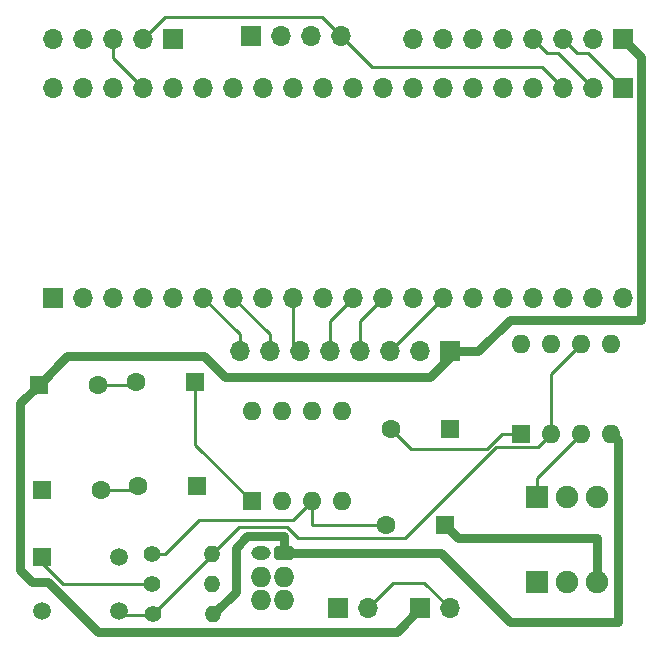
<source format=gbr>
%TF.GenerationSoftware,KiCad,Pcbnew,7.0.7*%
%TF.CreationDate,2023-11-13T10:05:51-05:00*%
%TF.ProjectId,Capstone-board-car,43617073-746f-46e6-952d-626f6172642d,rev?*%
%TF.SameCoordinates,Original*%
%TF.FileFunction,Copper,L1,Top*%
%TF.FilePolarity,Positive*%
%FSLAX46Y46*%
G04 Gerber Fmt 4.6, Leading zero omitted, Abs format (unit mm)*
G04 Created by KiCad (PCBNEW 7.0.7) date 2023-11-13 10:05:51*
%MOMM*%
%LPD*%
G01*
G04 APERTURE LIST*
G04 Aperture macros list*
%AMRoundRect*
0 Rectangle with rounded corners*
0 $1 Rounding radius*
0 $2 $3 $4 $5 $6 $7 $8 $9 X,Y pos of 4 corners*
0 Add a 4 corners polygon primitive as box body*
4,1,4,$2,$3,$4,$5,$6,$7,$8,$9,$2,$3,0*
0 Add four circle primitives for the rounded corners*
1,1,$1+$1,$2,$3*
1,1,$1+$1,$4,$5*
1,1,$1+$1,$6,$7*
1,1,$1+$1,$8,$9*
0 Add four rect primitives between the rounded corners*
20,1,$1+$1,$2,$3,$4,$5,0*
20,1,$1+$1,$4,$5,$6,$7,0*
20,1,$1+$1,$6,$7,$8,$9,0*
20,1,$1+$1,$8,$9,$2,$3,0*%
G04 Aperture macros list end*
%TA.AperFunction,ComponentPad*%
%ADD10R,1.600000X1.600000*%
%TD*%
%TA.AperFunction,ComponentPad*%
%ADD11O,1.600000X1.600000*%
%TD*%
%TA.AperFunction,ComponentPad*%
%ADD12O,1.750000X1.750000*%
%TD*%
%TA.AperFunction,ComponentPad*%
%ADD13O,1.650000X1.200000*%
%TD*%
%TA.AperFunction,ComponentPad*%
%ADD14RoundRect,0.250000X-0.575000X0.350000X-0.575000X-0.350000X0.575000X-0.350000X0.575000X0.350000X0*%
%TD*%
%TA.AperFunction,ComponentPad*%
%ADD15O,1.700000X1.700000*%
%TD*%
%TA.AperFunction,ComponentPad*%
%ADD16R,1.700000X1.700000*%
%TD*%
%TA.AperFunction,ComponentPad*%
%ADD17C,1.910000*%
%TD*%
%TA.AperFunction,ComponentPad*%
%ADD18R,1.910000X1.910000*%
%TD*%
%TA.AperFunction,ComponentPad*%
%ADD19C,1.600000*%
%TD*%
%TA.AperFunction,ComponentPad*%
%ADD20C,1.400000*%
%TD*%
%TA.AperFunction,ComponentPad*%
%ADD21O,1.400000X1.400000*%
%TD*%
%TA.AperFunction,ComponentPad*%
%ADD22R,1.508000X1.508000*%
%TD*%
%TA.AperFunction,ComponentPad*%
%ADD23C,1.508000*%
%TD*%
%TA.AperFunction,Conductor*%
%ADD24C,0.250000*%
%TD*%
%TA.AperFunction,Conductor*%
%ADD25C,0.750000*%
%TD*%
G04 APERTURE END LIST*
D10*
%TO.P,U1,1,OUT*%
%TO.N,Net-(J2-Pin_19)*%
X56190000Y-112960000D03*
D11*
%TO.P,U1,2,NC/ADJ*%
%TO.N,unconnected-(U1-NC{slash}ADJ-Pad2)*%
X58730000Y-112960000D03*
%TO.P,U1,3,GND*%
%TO.N,Earth*%
X61270000Y-112960000D03*
%TO.P,U1,4,NC*%
%TO.N,unconnected-(U1-NC-Pad4)*%
X63810000Y-112960000D03*
%TO.P,U1,5,\u002ASHDN*%
%TO.N,unconnected-(U1-\u002ASHDN-Pad5)*%
X63810000Y-105340000D03*
%TO.P,U1,6,NC*%
%TO.N,unconnected-(U1-NC-Pad6)*%
X61270000Y-105340000D03*
%TO.P,U1,7,NC*%
%TO.N,unconnected-(U1-NC-Pad7)*%
X58730000Y-105340000D03*
%TO.P,U1,8,IN*%
%TO.N,Net-(U1-IN)*%
X56190000Y-105340000D03*
%TD*%
D12*
%TO.P,BT1,6*%
%TO.N,N/C*%
X56960000Y-121360000D03*
%TO.P,BT1,5*%
X58960000Y-121360000D03*
%TO.P,BT1,4*%
X56960000Y-119360000D03*
%TO.P,BT1,3*%
X58960000Y-119360000D03*
D13*
%TO.P,BT1,2,-*%
%TO.N,Earth*%
X56960000Y-117360000D03*
D14*
%TO.P,BT1,1,+*%
%TO.N,VCC*%
X58960000Y-117360000D03*
%TD*%
D10*
%TO.P,U2,1,GND*%
%TO.N,Earth*%
X79030000Y-107260000D03*
D11*
%TO.P,U2,2,TR*%
%TO.N,Net-(U2-THR)*%
X81570000Y-107260000D03*
%TO.P,U2,3,Q*%
%TO.N,Net-(U1-IN)*%
X84110000Y-107260000D03*
%TO.P,U2,4,R*%
%TO.N,VCC*%
X86650000Y-107260000D03*
%TO.P,U2,5,CV*%
%TO.N,unconnected-(U2-CV-Pad5)*%
X86650000Y-99640000D03*
%TO.P,U2,6,THR*%
%TO.N,Net-(U2-THR)*%
X84110000Y-99640000D03*
%TO.P,U2,7,DIS*%
%TO.N,unconnected-(U2-DIS-Pad7)*%
X81570000Y-99640000D03*
%TO.P,U2,8,VCC*%
%TO.N,VCC*%
X79030000Y-99640000D03*
%TD*%
D15*
%TO.P,J7,5,Pin_5*%
%TO.N,Net-(J1-Pin_15)*%
X39390000Y-73845000D03*
%TO.P,J7,4,Pin_4*%
%TO.N,Net-(J1-Pin_16)*%
X41930000Y-73845000D03*
%TO.P,J7,3,Pin_3*%
%TO.N,Net-(J1-Pin_17)*%
X44470000Y-73845000D03*
%TO.P,J7,2,Pin_2*%
%TO.N,Earth*%
X47010000Y-73845000D03*
D16*
%TO.P,J7,1,Pin_1*%
%TO.N,Net-(J2-Pin_19)*%
X49550000Y-73845000D03*
%TD*%
D17*
%TO.P,U3,3,OUT*%
%TO.N,Net-(J5-Pin_1)*%
X85450000Y-119808000D03*
%TO.P,U3,2,GND*%
%TO.N,Earth*%
X82900000Y-119808000D03*
D18*
%TO.P,U3,1,IN*%
%TO.N,VCCQ*%
X80350000Y-119808000D03*
%TD*%
D15*
%TO.P,J1,20,Pin_20*%
%TO.N,Net-(J1-Pin_20)*%
X39370000Y-77978000D03*
%TO.P,J1,19,Pin_19*%
%TO.N,Net-(J1-Pin_19)*%
X41910000Y-77978000D03*
%TO.P,J1,18,Pin_18*%
%TO.N,unconnected-(J1-Pin_18-Pad18)*%
X44450000Y-77978000D03*
%TO.P,J1,17,Pin_17*%
%TO.N,Net-(J1-Pin_17)*%
X46990000Y-77978000D03*
%TO.P,J1,16,Pin_16*%
%TO.N,Net-(J1-Pin_16)*%
X49530000Y-77978000D03*
%TO.P,J1,15,Pin_15*%
%TO.N,Net-(J1-Pin_15)*%
X52070000Y-77978000D03*
%TO.P,J1,14,Pin_14*%
%TO.N,unconnected-(J1-Pin_14-Pad14)*%
X54610000Y-77978000D03*
%TO.P,J1,13,Pin_13*%
%TO.N,unconnected-(J1-Pin_13-Pad13)*%
X57150000Y-77978000D03*
%TO.P,J1,12,Pin_12*%
%TO.N,unconnected-(J1-Pin_12-Pad12)*%
X59690000Y-77978000D03*
%TO.P,J1,11,Pin_11*%
%TO.N,unconnected-(J1-Pin_11-Pad11)*%
X62230000Y-77978000D03*
%TO.P,J1,10,Pin_10*%
%TO.N,unconnected-(J1-Pin_10-Pad10)*%
X64770000Y-77978000D03*
%TO.P,J1,9,Pin_9*%
%TO.N,unconnected-(J1-Pin_9-Pad9)*%
X67310000Y-77978000D03*
%TO.P,J1,8,Pin_8*%
%TO.N,unconnected-(J1-Pin_8-Pad8)*%
X69850000Y-77978000D03*
%TO.P,J1,7,Pin_7*%
%TO.N,Net-(J1-Pin_7)*%
X72390000Y-77978000D03*
%TO.P,J1,6,Pin_6*%
%TO.N,Net-(J1-Pin_6)*%
X74930000Y-77978000D03*
%TO.P,J1,5,Pin_5*%
%TO.N,Net-(J1-Pin_5)*%
X77470000Y-77978000D03*
%TO.P,J1,4,Pin_4*%
%TO.N,Net-(J1-Pin_4)*%
X80010000Y-77978000D03*
%TO.P,J1,3,Pin_3*%
%TO.N,Earth*%
X82550000Y-77978000D03*
%TO.P,J1,2,Pin_2*%
%TO.N,Net-(J1-Pin_2)*%
X85090000Y-77978000D03*
D16*
%TO.P,J1,1,Pin_1*%
%TO.N,Net-(J1-Pin_1)*%
X87630000Y-77978000D03*
%TD*%
D19*
%TO.P,C5,2*%
%TO.N,Earth*%
X43140000Y-103124000D03*
D10*
%TO.P,C5,1*%
%TO.N,VCCQ*%
X38140000Y-103124000D03*
%TD*%
D20*
%TO.P,R1,1*%
%TO.N,Net-(C1-Pad1)*%
X47768000Y-119974000D03*
D21*
%TO.P,R1,2*%
%TO.N,Net-(U1-IN)*%
X52848000Y-119974000D03*
%TD*%
D19*
%TO.P,C6,2*%
%TO.N,Earth*%
X67540000Y-114970000D03*
D10*
%TO.P,C6,1*%
%TO.N,Net-(J5-Pin_1)*%
X72540000Y-114970000D03*
%TD*%
D21*
%TO.P,R2,2*%
%TO.N,Net-(U2-THR)*%
X52840000Y-117450000D03*
D20*
%TO.P,R2,1*%
%TO.N,Earth*%
X47760000Y-117450000D03*
%TD*%
D21*
%TO.P,R3,2*%
%TO.N,VCC*%
X52888000Y-122564000D03*
D20*
%TO.P,R3,1*%
%TO.N,Net-(U2-THR)*%
X47808000Y-122564000D03*
%TD*%
D15*
%TO.P,BT2,2,-*%
%TO.N,Earth*%
X73000000Y-122050000D03*
D16*
%TO.P,BT2,1,+*%
%TO.N,VCCQ*%
X70460000Y-122050000D03*
%TD*%
D22*
%TO.P,S1,1*%
%TO.N,Net-(C1-Pad1)*%
X38420000Y-117730000D03*
D23*
%TO.P,S1,2*%
%TO.N,unconnected-(S1-Pad2)*%
X44920000Y-117730000D03*
%TO.P,S1,3*%
%TO.N,unconnected-(S1-Pad3)*%
X38420000Y-122230000D03*
%TO.P,S1,4*%
%TO.N,Net-(U2-THR)*%
X44920000Y-122230000D03*
%TD*%
D10*
%TO.P,C2,1*%
%TO.N,Net-(J2-Pin_19)*%
X51410000Y-102910000D03*
D19*
%TO.P,C2,2*%
%TO.N,Earth*%
X46410000Y-102910000D03*
%TD*%
D16*
%TO.P,J4,1,Pin_1*%
%TO.N,VCCQ*%
X87640000Y-73820000D03*
D15*
%TO.P,J4,2,Pin_2*%
%TO.N,Earth*%
X85100000Y-73820000D03*
%TO.P,J4,3,Pin_3*%
%TO.N,Net-(J1-Pin_1)*%
X82560000Y-73820000D03*
%TO.P,J4,4,Pin_4*%
%TO.N,Net-(J1-Pin_2)*%
X80020000Y-73820000D03*
%TO.P,J4,5,Pin_5*%
%TO.N,Net-(J1-Pin_4)*%
X77480000Y-73820000D03*
%TO.P,J4,6,Pin_6*%
%TO.N,Net-(J1-Pin_5)*%
X74940000Y-73820000D03*
%TO.P,J4,7,Pin_7*%
%TO.N,Net-(J1-Pin_6)*%
X72400000Y-73820000D03*
%TO.P,J4,8,Pin_8*%
%TO.N,Net-(J1-Pin_7)*%
X69860000Y-73820000D03*
%TD*%
D17*
%TO.P,U4,3,OUT*%
%TO.N,Net-(J3-Pin_1)*%
X85460000Y-112658000D03*
%TO.P,U4,2,GND*%
%TO.N,Earth*%
X82910000Y-112658000D03*
D18*
%TO.P,U4,1,IN*%
%TO.N,Net-(U1-IN)*%
X80360000Y-112658000D03*
%TD*%
D19*
%TO.P,C1,2*%
%TO.N,Earth*%
X43434000Y-112014000D03*
D10*
%TO.P,C1,1*%
%TO.N,Net-(C1-Pad1)*%
X38434000Y-112014000D03*
%TD*%
D16*
%TO.P,J5,1,Pin_1*%
%TO.N,Net-(J5-Pin_1)*%
X63465000Y-121990000D03*
D15*
%TO.P,J5,2,Pin_2*%
%TO.N,Earth*%
X66005000Y-121990000D03*
%TD*%
D19*
%TO.P,C4,2*%
%TO.N,Earth*%
X67980000Y-106900000D03*
D10*
%TO.P,C4,1*%
%TO.N,Net-(J3-Pin_1)*%
X72980000Y-106900000D03*
%TD*%
D16*
%TO.P,J3,1,Pin_1*%
%TO.N,Net-(J3-Pin_1)*%
X56160000Y-73590000D03*
D15*
%TO.P,J3,2,Pin_2*%
%TO.N,Net-(J1-Pin_20)*%
X58700000Y-73590000D03*
%TO.P,J3,3,Pin_3*%
%TO.N,Net-(J1-Pin_19)*%
X61240000Y-73590000D03*
%TO.P,J3,4,Pin_4*%
%TO.N,Earth*%
X63780000Y-73590000D03*
%TD*%
D16*
%TO.P,J2,1,Pin_1*%
%TO.N,unconnected-(J2-Pin_1-Pad1)*%
X39370000Y-95758000D03*
D15*
%TO.P,J2,2,Pin_2*%
%TO.N,unconnected-(J2-Pin_2-Pad2)*%
X41910000Y-95758000D03*
%TO.P,J2,3,Pin_3*%
%TO.N,unconnected-(J2-Pin_3-Pad3)*%
X44450000Y-95758000D03*
%TO.P,J2,4,Pin_4*%
%TO.N,unconnected-(J2-Pin_4-Pad4)*%
X46990000Y-95758000D03*
%TO.P,J2,5,Pin_5*%
%TO.N,unconnected-(J2-Pin_5-Pad5)*%
X49530000Y-95758000D03*
%TO.P,J2,6,Pin_6*%
%TO.N,Net-(J2-Pin_6)*%
X52070000Y-95758000D03*
%TO.P,J2,7,Pin_7*%
%TO.N,Net-(J2-Pin_7)*%
X54610000Y-95758000D03*
%TO.P,J2,8,Pin_8*%
%TO.N,unconnected-(J2-Pin_8-Pad8)*%
X57150000Y-95758000D03*
%TO.P,J2,9,Pin_9*%
%TO.N,Net-(J2-Pin_9)*%
X59690000Y-95758000D03*
%TO.P,J2,10,Pin_10*%
%TO.N,unconnected-(J2-Pin_10-Pad10)*%
X62230000Y-95758000D03*
%TO.P,J2,11,Pin_11*%
%TO.N,Net-(J2-Pin_11)*%
X64770000Y-95758000D03*
%TO.P,J2,12,Pin_12*%
%TO.N,Net-(J2-Pin_12)*%
X67310000Y-95758000D03*
%TO.P,J2,13,Pin_13*%
%TO.N,unconnected-(J2-Pin_13-Pad13)*%
X69850000Y-95758000D03*
%TO.P,J2,14,Pin_14*%
%TO.N,Net-(J2-Pin_14)*%
X72390000Y-95758000D03*
%TO.P,J2,15,Pin_15*%
%TO.N,unconnected-(J2-Pin_15-Pad15)*%
X74930000Y-95758000D03*
%TO.P,J2,16,Pin_16*%
%TO.N,unconnected-(J2-Pin_16-Pad16)*%
X77470000Y-95758000D03*
%TO.P,J2,17,Pin_17*%
%TO.N,unconnected-(J2-Pin_17-Pad17)*%
X80010000Y-95758000D03*
%TO.P,J2,18,Pin_18*%
%TO.N,unconnected-(J2-Pin_18-Pad18)*%
X82550000Y-95758000D03*
%TO.P,J2,19,Pin_19*%
%TO.N,Net-(J2-Pin_19)*%
X85090000Y-95758000D03*
%TO.P,J2,20,Pin_20*%
%TO.N,unconnected-(J2-Pin_20-Pad20)*%
X87630000Y-95758000D03*
%TD*%
D16*
%TO.P,J6,1,Pin_1*%
%TO.N,VCCQ*%
X72950000Y-100280000D03*
D15*
%TO.P,J6,2,Pin_2*%
%TO.N,Earth*%
X70410000Y-100280000D03*
%TO.P,J6,3,Pin_3*%
%TO.N,Net-(J2-Pin_14)*%
X67870000Y-100280000D03*
%TO.P,J6,4,Pin_4*%
%TO.N,Net-(J2-Pin_12)*%
X65330000Y-100280000D03*
%TO.P,J6,5,Pin_5*%
%TO.N,Net-(J2-Pin_11)*%
X62790000Y-100280000D03*
%TO.P,J6,6,Pin_6*%
%TO.N,Net-(J2-Pin_9)*%
X60250000Y-100280000D03*
%TO.P,J6,7,Pin_7*%
%TO.N,Net-(J2-Pin_7)*%
X57710000Y-100280000D03*
%TO.P,J6,8,Pin_8*%
%TO.N,Net-(J2-Pin_6)*%
X55170000Y-100280000D03*
%TD*%
D19*
%TO.P,C3,2*%
%TO.N,Earth*%
X46590000Y-111720000D03*
D10*
%TO.P,C3,1*%
%TO.N,Net-(U1-IN)*%
X51590000Y-111720000D03*
%TD*%
D24*
%TO.N,Net-(U2-THR)*%
X60094949Y-116095000D02*
X69195000Y-116095000D01*
X80445000Y-108385000D02*
X81570000Y-107260000D01*
X59149949Y-115150000D02*
X60094949Y-116095000D01*
X76905000Y-108385000D02*
X80445000Y-108385000D01*
X55140000Y-115150000D02*
X59149949Y-115150000D01*
X69195000Y-116095000D02*
X76905000Y-108385000D01*
X52840000Y-117450000D02*
X55140000Y-115150000D01*
%TO.N,Earth*%
X48880000Y-117450000D02*
X51770000Y-114560000D01*
X47760000Y-117450000D02*
X48880000Y-117450000D01*
X59670000Y-114560000D02*
X61270000Y-112960000D01*
X51770000Y-114560000D02*
X59670000Y-114560000D01*
X61270000Y-112960000D02*
X61270000Y-114970000D01*
%TO.N,Net-(J2-Pin_19)*%
X51410000Y-108180000D02*
X56190000Y-112960000D01*
X51410000Y-102910000D02*
X51410000Y-108180000D01*
D25*
%TO.N,VCCQ*%
X43171000Y-124051000D02*
X68459000Y-124051000D01*
X68459000Y-124051000D02*
X70460000Y-122050000D01*
X37580000Y-119820000D02*
X38940000Y-119820000D01*
X38940000Y-119820000D02*
X43171000Y-124051000D01*
X38140000Y-103124000D02*
X36589000Y-104675000D01*
X36589000Y-104675000D02*
X36589000Y-118829000D01*
X36589000Y-118829000D02*
X37580000Y-119820000D01*
X89191000Y-75371000D02*
X87640000Y-73820000D01*
X89191000Y-97620000D02*
X89191000Y-75371000D01*
X75360000Y-100280000D02*
X78020000Y-97620000D01*
X72950000Y-100280000D02*
X75360000Y-100280000D01*
X78020000Y-97620000D02*
X89191000Y-97620000D01*
%TO.N,Net-(J5-Pin_1)*%
X73640000Y-116070000D02*
X85450000Y-116070000D01*
X85450000Y-116070000D02*
X85450000Y-119808000D01*
X72540000Y-114970000D02*
X73640000Y-116070000D01*
%TO.N,VCC*%
X72210000Y-117360000D02*
X58960000Y-117360000D01*
X78070000Y-123220000D02*
X72210000Y-117360000D01*
X87180000Y-123220000D02*
X78070000Y-123220000D01*
X87180000Y-107790000D02*
X87180000Y-123220000D01*
X86650000Y-107260000D02*
X87180000Y-107790000D01*
D24*
%TO.N,Earth*%
X61270000Y-114970000D02*
X67540000Y-114970000D01*
D25*
%TO.N,VCCQ*%
X72950000Y-100755000D02*
X72950000Y-100280000D01*
X71275000Y-102430000D02*
X72950000Y-100755000D01*
X53920000Y-102430000D02*
X71275000Y-102430000D01*
X40594000Y-100670000D02*
X52160000Y-100670000D01*
X38140000Y-103124000D02*
X40594000Y-100670000D01*
X52160000Y-100670000D02*
X53920000Y-102430000D01*
D24*
%TO.N,Net-(J2-Pin_9)*%
X60250000Y-100280000D02*
X59680000Y-99710000D01*
X59680000Y-99710000D02*
X59680000Y-95768000D01*
X59680000Y-95768000D02*
X59690000Y-95758000D01*
%TO.N,Earth*%
X80762000Y-76190000D02*
X82550000Y-77978000D01*
X66380000Y-76190000D02*
X80762000Y-76190000D01*
X63780000Y-73590000D02*
X66380000Y-76190000D01*
X62180000Y-71990000D02*
X63780000Y-73590000D01*
X48865000Y-71990000D02*
X62180000Y-71990000D01*
X47010000Y-73845000D02*
X48865000Y-71990000D01*
X77393604Y-107260000D02*
X79030000Y-107260000D01*
X76093604Y-108560000D02*
X77393604Y-107260000D01*
X69640000Y-108560000D02*
X76093604Y-108560000D01*
X67980000Y-106900000D02*
X69640000Y-108560000D01*
%TO.N,Net-(C1-Pad1)*%
X40204000Y-119974000D02*
X47768000Y-119974000D01*
%TO.N,VCCQ*%
X37281000Y-103983000D02*
X38140000Y-103124000D01*
D25*
%TO.N,VCC*%
X54820000Y-120632000D02*
X52888000Y-122564000D01*
X54820000Y-116940000D02*
X54820000Y-120632000D01*
X55810000Y-115950000D02*
X54820000Y-116940000D01*
X58960000Y-115950000D02*
X55810000Y-115950000D01*
X58960000Y-117360000D02*
X58960000Y-115950000D01*
D24*
%TO.N,Earth*%
X79030000Y-107260000D02*
X79030000Y-106791370D01*
%TO.N,Net-(U2-THR)*%
X81570000Y-107260000D02*
X81570000Y-102180000D01*
X81570000Y-102180000D02*
X84110000Y-99640000D01*
%TO.N,Net-(J2-Pin_7)*%
X57710000Y-98858000D02*
X54610000Y-95758000D01*
X57710000Y-100280000D02*
X57710000Y-98858000D01*
%TO.N,Net-(J1-Pin_1)*%
X83735000Y-74995000D02*
X84647000Y-74995000D01*
X82560000Y-73820000D02*
X83735000Y-74995000D01*
X84647000Y-74995000D02*
X87630000Y-77978000D01*
%TO.N,Net-(J1-Pin_2)*%
X82107000Y-74995000D02*
X85090000Y-77978000D01*
X80020000Y-73820000D02*
X81195000Y-74995000D01*
X81195000Y-74995000D02*
X82107000Y-74995000D01*
%TO.N,Net-(J1-Pin_17)*%
X44470000Y-75458000D02*
X46990000Y-77978000D01*
X44470000Y-73845000D02*
X44470000Y-75458000D01*
%TO.N,Net-(J2-Pin_14)*%
X72390000Y-95760000D02*
X72390000Y-95758000D01*
X67870000Y-100280000D02*
X72390000Y-95760000D01*
%TO.N,Net-(J2-Pin_12)*%
X65330000Y-97738000D02*
X67310000Y-95758000D01*
X65330000Y-100280000D02*
X65330000Y-97738000D01*
%TO.N,Net-(J2-Pin_11)*%
X62790000Y-97738000D02*
X64770000Y-95758000D01*
X62790000Y-100280000D02*
X62790000Y-97738000D01*
%TO.N,Net-(J2-Pin_6)*%
X55170000Y-98858000D02*
X52070000Y-95758000D01*
X55170000Y-100280000D02*
X55170000Y-98858000D01*
%TO.N,Earth*%
X70810000Y-119860000D02*
X73000000Y-122050000D01*
X68135000Y-119860000D02*
X70810000Y-119860000D01*
X66005000Y-121990000D02*
X68135000Y-119860000D01*
X43140000Y-103124000D02*
X46196000Y-103124000D01*
X46196000Y-103124000D02*
X46410000Y-102910000D01*
%TO.N,Net-(U1-IN)*%
X80360000Y-111010000D02*
X84110000Y-107260000D01*
X80360000Y-112658000D02*
X80360000Y-111010000D01*
%TO.N,Earth*%
X46296000Y-112014000D02*
X46590000Y-111720000D01*
X43434000Y-112014000D02*
X46296000Y-112014000D01*
%TO.N,Net-(U2-THR)*%
X52840000Y-117532000D02*
X52840000Y-117450000D01*
X47808000Y-122564000D02*
X52840000Y-117532000D01*
X44860000Y-122630000D02*
X47742000Y-122630000D01*
X47742000Y-122630000D02*
X47808000Y-122564000D01*
%TO.N,Net-(C1-Pad1)*%
X38360000Y-118130000D02*
X40204000Y-119974000D01*
%TD*%
M02*

</source>
